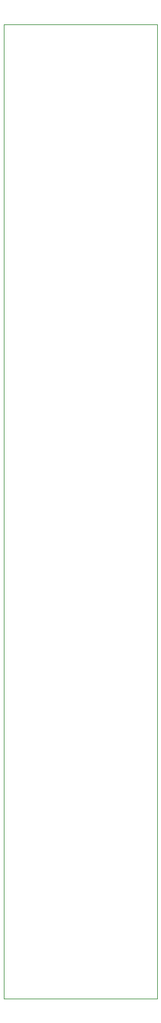
<source format=gbr>
%TF.GenerationSoftware,KiCad,Pcbnew,8.0.0*%
%TF.CreationDate,2024-06-15T01:20:11+02:00*%
%TF.ProjectId,feitw_panel,66656974-775f-4706-916e-656c2e6b6963,rev?*%
%TF.SameCoordinates,Original*%
%TF.FileFunction,Profile,NP*%
%FSLAX46Y46*%
G04 Gerber Fmt 4.6, Leading zero omitted, Abs format (unit mm)*
G04 Created by KiCad (PCBNEW 8.0.0) date 2024-06-15 01:20:11*
%MOMM*%
%LPD*%
G01*
G04 APERTURE LIST*
%TA.AperFunction,Profile*%
%ADD10C,0.050000*%
%TD*%
G04 APERTURE END LIST*
D10*
X118200000Y-28500000D02*
X138520000Y-28500000D01*
X138520000Y-157000000D01*
X118200000Y-157000000D01*
X118200000Y-28500000D01*
M02*

</source>
